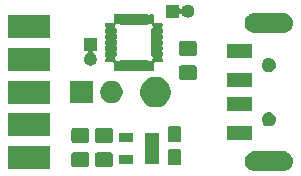
<source format=gbr>
G04 #@! TF.GenerationSoftware,KiCad,Pcbnew,(5.1.4)-1*
G04 #@! TF.CreationDate,2019-09-27T16:29:42+02:00*
G04 #@! TF.ProjectId,JoyAdapter,4a6f7941-6461-4707-9465-722e6b696361,rev?*
G04 #@! TF.SameCoordinates,Original*
G04 #@! TF.FileFunction,Soldermask,Top*
G04 #@! TF.FilePolarity,Negative*
%FSLAX46Y46*%
G04 Gerber Fmt 4.6, Leading zero omitted, Abs format (unit mm)*
G04 Created by KiCad (PCBNEW (5.1.4)-1) date 2019-09-27 16:29:42*
%MOMM*%
%LPD*%
G04 APERTURE LIST*
%ADD10C,0.100000*%
G04 APERTURE END LIST*
D10*
G36*
X23459823Y-5011313D02*
G01*
X23620242Y-5059976D01*
X23730140Y-5118718D01*
X23768078Y-5138996D01*
X23897659Y-5245341D01*
X24004004Y-5374922D01*
X24004005Y-5374924D01*
X24083024Y-5522758D01*
X24131687Y-5683177D01*
X24148117Y-5850000D01*
X24131687Y-6016823D01*
X24083024Y-6177242D01*
X24033293Y-6270282D01*
X24004004Y-6325078D01*
X23897659Y-6454659D01*
X23768078Y-6561004D01*
X23768076Y-6561005D01*
X23620242Y-6640024D01*
X23459823Y-6688687D01*
X23334804Y-6701000D01*
X20851196Y-6701000D01*
X20726177Y-6688687D01*
X20565758Y-6640024D01*
X20417924Y-6561005D01*
X20417922Y-6561004D01*
X20288341Y-6454659D01*
X20181996Y-6325078D01*
X20152707Y-6270282D01*
X20102976Y-6177242D01*
X20054313Y-6016823D01*
X20037883Y-5850000D01*
X20054313Y-5683177D01*
X20102976Y-5522758D01*
X20181995Y-5374924D01*
X20181996Y-5374922D01*
X20288341Y-5245341D01*
X20417922Y-5138996D01*
X20455860Y-5118718D01*
X20565758Y-5059976D01*
X20726177Y-5011313D01*
X20851196Y-4999000D01*
X23334804Y-4999000D01*
X23459823Y-5011313D01*
X23459823Y-5011313D01*
G37*
G36*
X3569000Y-6514333D02*
G01*
X-13000Y-6514333D01*
X-13000Y-4565667D01*
X3569000Y-4565667D01*
X3569000Y-6514333D01*
X3569000Y-6514333D01*
G37*
G36*
X6710074Y-5102465D02*
G01*
X6747767Y-5113899D01*
X6782503Y-5132466D01*
X6812948Y-5157452D01*
X6837934Y-5187897D01*
X6856501Y-5222633D01*
X6867935Y-5260326D01*
X6872400Y-5305661D01*
X6872400Y-6142339D01*
X6867935Y-6187674D01*
X6856501Y-6225367D01*
X6837934Y-6260103D01*
X6812948Y-6290548D01*
X6782503Y-6315534D01*
X6747767Y-6334101D01*
X6710074Y-6345535D01*
X6664739Y-6350000D01*
X5578061Y-6350000D01*
X5532726Y-6345535D01*
X5495033Y-6334101D01*
X5460297Y-6315534D01*
X5429852Y-6290548D01*
X5404866Y-6260103D01*
X5386299Y-6225367D01*
X5374865Y-6187674D01*
X5370400Y-6142339D01*
X5370400Y-5305661D01*
X5374865Y-5260326D01*
X5386299Y-5222633D01*
X5404866Y-5187897D01*
X5429852Y-5157452D01*
X5460297Y-5132466D01*
X5495033Y-5113899D01*
X5532726Y-5102465D01*
X5578061Y-5098000D01*
X6664739Y-5098000D01*
X6710074Y-5102465D01*
X6710074Y-5102465D01*
G37*
G36*
X8716674Y-5093465D02*
G01*
X8754367Y-5104899D01*
X8789103Y-5123466D01*
X8819548Y-5148452D01*
X8844534Y-5178897D01*
X8863101Y-5213633D01*
X8874535Y-5251326D01*
X8879000Y-5296661D01*
X8879000Y-6133339D01*
X8874535Y-6178674D01*
X8863101Y-6216367D01*
X8844534Y-6251103D01*
X8819548Y-6281548D01*
X8789103Y-6306534D01*
X8754367Y-6325101D01*
X8716674Y-6336535D01*
X8671339Y-6341000D01*
X7584661Y-6341000D01*
X7539326Y-6336535D01*
X7501633Y-6325101D01*
X7466897Y-6306534D01*
X7436452Y-6281548D01*
X7411466Y-6251103D01*
X7392899Y-6216367D01*
X7381465Y-6178674D01*
X7377000Y-6133339D01*
X7377000Y-5296661D01*
X7381465Y-5251326D01*
X7392899Y-5213633D01*
X7411466Y-5178897D01*
X7436452Y-5148452D01*
X7466897Y-5123466D01*
X7501633Y-5104899D01*
X7539326Y-5093465D01*
X7584661Y-5089000D01*
X8671339Y-5089000D01*
X8716674Y-5093465D01*
X8716674Y-5093465D01*
G37*
G36*
X14504811Y-4809605D02*
G01*
X14543867Y-4821453D01*
X14579862Y-4840693D01*
X14611414Y-4866586D01*
X14637307Y-4898138D01*
X14656547Y-4934133D01*
X14668395Y-4973189D01*
X14673000Y-5019949D01*
X14673000Y-5992051D01*
X14668395Y-6038811D01*
X14656547Y-6077867D01*
X14637307Y-6113862D01*
X14611414Y-6145414D01*
X14579862Y-6171307D01*
X14543867Y-6190547D01*
X14504811Y-6202395D01*
X14458051Y-6207000D01*
X13735949Y-6207000D01*
X13689189Y-6202395D01*
X13650133Y-6190547D01*
X13614138Y-6171307D01*
X13582586Y-6145414D01*
X13556693Y-6113862D01*
X13537453Y-6077867D01*
X13525605Y-6038811D01*
X13521000Y-5992051D01*
X13521000Y-5019949D01*
X13525605Y-4973189D01*
X13537453Y-4934133D01*
X13556693Y-4898138D01*
X13582586Y-4866586D01*
X13614138Y-4840693D01*
X13650133Y-4821453D01*
X13689189Y-4809605D01*
X13735949Y-4805000D01*
X14458051Y-4805000D01*
X14504811Y-4809605D01*
X14504811Y-4809605D01*
G37*
G36*
X12773000Y-6091000D02*
G01*
X11611000Y-6091000D01*
X11611000Y-3439000D01*
X12773000Y-3439000D01*
X12773000Y-6091000D01*
X12773000Y-6091000D01*
G37*
G36*
X10573000Y-6091000D02*
G01*
X9411000Y-6091000D01*
X9411000Y-5339000D01*
X10573000Y-5339000D01*
X10573000Y-6091000D01*
X10573000Y-6091000D01*
G37*
G36*
X6710074Y-3052465D02*
G01*
X6747767Y-3063899D01*
X6782503Y-3082466D01*
X6812948Y-3107452D01*
X6837934Y-3137897D01*
X6856501Y-3172633D01*
X6867935Y-3210326D01*
X6872400Y-3255661D01*
X6872400Y-4092339D01*
X6867935Y-4137674D01*
X6856501Y-4175367D01*
X6837934Y-4210103D01*
X6812948Y-4240548D01*
X6782503Y-4265534D01*
X6747767Y-4284101D01*
X6710074Y-4295535D01*
X6664739Y-4300000D01*
X5578061Y-4300000D01*
X5532726Y-4295535D01*
X5495033Y-4284101D01*
X5460297Y-4265534D01*
X5429852Y-4240548D01*
X5404866Y-4210103D01*
X5386299Y-4175367D01*
X5374865Y-4137674D01*
X5370400Y-4092339D01*
X5370400Y-3255661D01*
X5374865Y-3210326D01*
X5386299Y-3172633D01*
X5404866Y-3137897D01*
X5429852Y-3107452D01*
X5460297Y-3082466D01*
X5495033Y-3063899D01*
X5532726Y-3052465D01*
X5578061Y-3048000D01*
X6664739Y-3048000D01*
X6710074Y-3052465D01*
X6710074Y-3052465D01*
G37*
G36*
X8716674Y-3043465D02*
G01*
X8754367Y-3054899D01*
X8789103Y-3073466D01*
X8819548Y-3098452D01*
X8844534Y-3128897D01*
X8863101Y-3163633D01*
X8874535Y-3201326D01*
X8879000Y-3246661D01*
X8879000Y-4083339D01*
X8874535Y-4128674D01*
X8863101Y-4166367D01*
X8844534Y-4201103D01*
X8819548Y-4231548D01*
X8789103Y-4256534D01*
X8754367Y-4275101D01*
X8716674Y-4286535D01*
X8671339Y-4291000D01*
X7584661Y-4291000D01*
X7539326Y-4286535D01*
X7501633Y-4275101D01*
X7466897Y-4256534D01*
X7436452Y-4231548D01*
X7411466Y-4201103D01*
X7392899Y-4166367D01*
X7381465Y-4128674D01*
X7377000Y-4083339D01*
X7377000Y-3246661D01*
X7381465Y-3201326D01*
X7392899Y-3163633D01*
X7411466Y-3128897D01*
X7436452Y-3098452D01*
X7466897Y-3073466D01*
X7501633Y-3054899D01*
X7539326Y-3043465D01*
X7584661Y-3039000D01*
X8671339Y-3039000D01*
X8716674Y-3043465D01*
X8716674Y-3043465D01*
G37*
G36*
X14504811Y-2859605D02*
G01*
X14543867Y-2871453D01*
X14579862Y-2890693D01*
X14611414Y-2916586D01*
X14637307Y-2948138D01*
X14656547Y-2984133D01*
X14668395Y-3023189D01*
X14673000Y-3069949D01*
X14673000Y-4042051D01*
X14668395Y-4088811D01*
X14656547Y-4127867D01*
X14637307Y-4163862D01*
X14611414Y-4195414D01*
X14579862Y-4221307D01*
X14543867Y-4240547D01*
X14504811Y-4252395D01*
X14458051Y-4257000D01*
X13735949Y-4257000D01*
X13689189Y-4252395D01*
X13650133Y-4240547D01*
X13614138Y-4221307D01*
X13582586Y-4195414D01*
X13556693Y-4163862D01*
X13537453Y-4127867D01*
X13525605Y-4088811D01*
X13521000Y-4042051D01*
X13521000Y-3069949D01*
X13525605Y-3023189D01*
X13537453Y-2984133D01*
X13556693Y-2948138D01*
X13582586Y-2916586D01*
X13614138Y-2890693D01*
X13650133Y-2871453D01*
X13689189Y-2859605D01*
X13735949Y-2855000D01*
X14458051Y-2855000D01*
X14504811Y-2859605D01*
X14504811Y-2859605D01*
G37*
G36*
X10573000Y-4191000D02*
G01*
X9411000Y-4191000D01*
X9411000Y-3439000D01*
X10573000Y-3439000D01*
X10573000Y-4191000D01*
X10573000Y-4191000D01*
G37*
G36*
X20644000Y-4101000D02*
G01*
X18542000Y-4101000D01*
X18542000Y-2899000D01*
X20644000Y-2899000D01*
X20644000Y-4101000D01*
X20644000Y-4101000D01*
G37*
G36*
X3569000Y-3744333D02*
G01*
X-13000Y-3744333D01*
X-13000Y-1795667D01*
X3569000Y-1795667D01*
X3569000Y-3744333D01*
X3569000Y-3744333D01*
G37*
G36*
X22229601Y-1714397D02*
G01*
X22268305Y-1722096D01*
X22300340Y-1735365D01*
X22377680Y-1767400D01*
X22476115Y-1833173D01*
X22559827Y-1916885D01*
X22625600Y-2015320D01*
X22670904Y-2124696D01*
X22694000Y-2240805D01*
X22694000Y-2359195D01*
X22670904Y-2475304D01*
X22625600Y-2584680D01*
X22559827Y-2683115D01*
X22476115Y-2766827D01*
X22377680Y-2832600D01*
X22310877Y-2860270D01*
X22268305Y-2877904D01*
X22229601Y-2885603D01*
X22152195Y-2901000D01*
X22033805Y-2901000D01*
X21956399Y-2885603D01*
X21917695Y-2877904D01*
X21875123Y-2860270D01*
X21808320Y-2832600D01*
X21709885Y-2766827D01*
X21626173Y-2683115D01*
X21560400Y-2584680D01*
X21515096Y-2475304D01*
X21492000Y-2359195D01*
X21492000Y-2240805D01*
X21515096Y-2124696D01*
X21560400Y-2015320D01*
X21626173Y-1916885D01*
X21709885Y-1833173D01*
X21808320Y-1767400D01*
X21885660Y-1735365D01*
X21917695Y-1722096D01*
X21956399Y-1714397D01*
X22033805Y-1699000D01*
X22152195Y-1699000D01*
X22229601Y-1714397D01*
X22229601Y-1714397D01*
G37*
G36*
X20644000Y-1601000D02*
G01*
X18542000Y-1601000D01*
X18542000Y-399000D01*
X20644000Y-399000D01*
X20644000Y-1601000D01*
X20644000Y-1601000D01*
G37*
G36*
X12876287Y1251004D02*
G01*
X13113053Y1152932D01*
X13113055Y1152931D01*
X13249339Y1061869D01*
X13326139Y1010553D01*
X13507353Y829339D01*
X13649732Y616253D01*
X13747804Y379487D01*
X13797800Y128139D01*
X13797800Y-128139D01*
X13747804Y-379487D01*
X13739721Y-399000D01*
X13649731Y-616255D01*
X13507353Y-829339D01*
X13326139Y-1010553D01*
X13113055Y-1152931D01*
X13113054Y-1152932D01*
X13113053Y-1152932D01*
X12876287Y-1251004D01*
X12624939Y-1301000D01*
X12368661Y-1301000D01*
X12117313Y-1251004D01*
X11880547Y-1152932D01*
X11880546Y-1152932D01*
X11880545Y-1152931D01*
X11667461Y-1010553D01*
X11486247Y-829339D01*
X11343869Y-616255D01*
X11253879Y-399000D01*
X11245796Y-379487D01*
X11195800Y-128139D01*
X11195800Y128139D01*
X11245796Y379487D01*
X11343868Y616253D01*
X11486247Y829339D01*
X11667461Y1010553D01*
X11744261Y1061869D01*
X11880545Y1152931D01*
X11880547Y1152932D01*
X12117313Y1251004D01*
X12368661Y1301000D01*
X12624939Y1301000D01*
X12876287Y1251004D01*
X12876287Y1251004D01*
G37*
G36*
X3569000Y-974333D02*
G01*
X-13000Y-974333D01*
X-13000Y974333D01*
X3569000Y974333D01*
X3569000Y-974333D01*
X3569000Y-974333D01*
G37*
G36*
X9040395Y914454D02*
G01*
X9213466Y842766D01*
X9213467Y842765D01*
X9369227Y738690D01*
X9501690Y606227D01*
X9501691Y606225D01*
X9605766Y450466D01*
X9677454Y277395D01*
X9714000Y93667D01*
X9714000Y-93667D01*
X9677454Y-277395D01*
X9605766Y-450466D01*
X9605765Y-450467D01*
X9501690Y-606227D01*
X9369227Y-738690D01*
X9290818Y-791081D01*
X9213466Y-842766D01*
X9040395Y-914454D01*
X8856667Y-951000D01*
X8669333Y-951000D01*
X8485605Y-914454D01*
X8312534Y-842766D01*
X8235182Y-791081D01*
X8156773Y-738690D01*
X8024310Y-606227D01*
X7920235Y-450467D01*
X7920234Y-450466D01*
X7848546Y-277395D01*
X7812000Y-93667D01*
X7812000Y93667D01*
X7848546Y277395D01*
X7920234Y450466D01*
X8024309Y606225D01*
X8024310Y606227D01*
X8156773Y738690D01*
X8312533Y842765D01*
X8312534Y842766D01*
X8485605Y914454D01*
X8669333Y951000D01*
X8856667Y951000D01*
X9040395Y914454D01*
X9040395Y914454D01*
G37*
G36*
X7174000Y-951000D02*
G01*
X5272000Y-951000D01*
X5272000Y951000D01*
X7174000Y951000D01*
X7174000Y-951000D01*
X7174000Y-951000D01*
G37*
G36*
X20644000Y399000D02*
G01*
X18542000Y399000D01*
X18542000Y1601000D01*
X20644000Y1601000D01*
X20644000Y399000D01*
X20644000Y399000D01*
G37*
G36*
X15828674Y2263535D02*
G01*
X15866367Y2252101D01*
X15901103Y2233534D01*
X15931548Y2208548D01*
X15956534Y2178103D01*
X15975101Y2143367D01*
X15986535Y2105674D01*
X15991000Y2060339D01*
X15991000Y1223661D01*
X15986535Y1178326D01*
X15975101Y1140633D01*
X15956534Y1105897D01*
X15931548Y1075452D01*
X15901103Y1050466D01*
X15866367Y1031899D01*
X15828674Y1020465D01*
X15783339Y1016000D01*
X14696661Y1016000D01*
X14651326Y1020465D01*
X14613633Y1031899D01*
X14578897Y1050466D01*
X14548452Y1075452D01*
X14523466Y1105897D01*
X14504899Y1140633D01*
X14493465Y1178326D01*
X14489000Y1223661D01*
X14489000Y2060339D01*
X14493465Y2105674D01*
X14504899Y2143367D01*
X14523466Y2178103D01*
X14548452Y2208548D01*
X14578897Y2233534D01*
X14613633Y2252101D01*
X14651326Y2263535D01*
X14696661Y2268000D01*
X15783339Y2268000D01*
X15828674Y2263535D01*
X15828674Y2263535D01*
G37*
G36*
X22229601Y2885603D02*
G01*
X22268305Y2877904D01*
X22278046Y2873869D01*
X22377680Y2832600D01*
X22476115Y2766827D01*
X22559827Y2683115D01*
X22625600Y2584680D01*
X22670904Y2475304D01*
X22694000Y2359195D01*
X22694000Y2240805D01*
X22670904Y2124696D01*
X22625600Y2015320D01*
X22559827Y1916885D01*
X22476115Y1833173D01*
X22377680Y1767400D01*
X22300340Y1735365D01*
X22268305Y1722096D01*
X22229601Y1714397D01*
X22152195Y1699000D01*
X22033805Y1699000D01*
X21956399Y1714397D01*
X21917695Y1722096D01*
X21885660Y1735365D01*
X21808320Y1767400D01*
X21709885Y1833173D01*
X21626173Y1916885D01*
X21560400Y2015320D01*
X21515096Y2124696D01*
X21492000Y2240805D01*
X21492000Y2359195D01*
X21515096Y2475304D01*
X21560400Y2584680D01*
X21626173Y2683115D01*
X21709885Y2766827D01*
X21808320Y2832600D01*
X21907954Y2873869D01*
X21917695Y2877904D01*
X21956399Y2885603D01*
X22033805Y2901000D01*
X22152195Y2901000D01*
X22229601Y2885603D01*
X22229601Y2885603D01*
G37*
G36*
X9255880Y6617314D02*
G01*
X9275994Y6613314D01*
X9280085Y6611619D01*
X9280093Y6611617D01*
X9289381Y6607770D01*
X9289390Y6607765D01*
X9293480Y6606071D01*
X9309192Y6595573D01*
X9310316Y6594449D01*
X9329258Y6578904D01*
X9350869Y6567353D01*
X9374318Y6560240D01*
X9398704Y6557838D01*
X9423090Y6560240D01*
X9446539Y6567353D01*
X9468150Y6578904D01*
X9487092Y6594449D01*
X9495331Y6603540D01*
X9499897Y6609104D01*
X9503669Y6612200D01*
X9507971Y6614499D01*
X9512645Y6615917D01*
X9523641Y6617000D01*
X9812359Y6617000D01*
X9823355Y6615917D01*
X9828029Y6614499D01*
X9832330Y6612200D01*
X9838702Y6606971D01*
X9859076Y6593357D01*
X9881715Y6583980D01*
X9905749Y6579200D01*
X9930253Y6579200D01*
X9954286Y6583981D01*
X9976925Y6593358D01*
X9997298Y6606971D01*
X10003670Y6612200D01*
X10007971Y6614499D01*
X10012645Y6615917D01*
X10023641Y6617000D01*
X10312359Y6617000D01*
X10323355Y6615917D01*
X10328029Y6614499D01*
X10332330Y6612200D01*
X10338702Y6606971D01*
X10359076Y6593357D01*
X10381715Y6583980D01*
X10405749Y6579200D01*
X10430253Y6579200D01*
X10454286Y6583981D01*
X10476925Y6593358D01*
X10497298Y6606971D01*
X10503670Y6612200D01*
X10507971Y6614499D01*
X10512645Y6615917D01*
X10523641Y6617000D01*
X10812359Y6617000D01*
X10823355Y6615917D01*
X10828029Y6614499D01*
X10832330Y6612200D01*
X10838702Y6606971D01*
X10859076Y6593357D01*
X10881715Y6583980D01*
X10905749Y6579200D01*
X10930253Y6579200D01*
X10954286Y6583981D01*
X10976925Y6593358D01*
X10997298Y6606971D01*
X11003670Y6612200D01*
X11007971Y6614499D01*
X11012645Y6615917D01*
X11023641Y6617000D01*
X11312359Y6617000D01*
X11323355Y6615917D01*
X11328029Y6614499D01*
X11332330Y6612200D01*
X11338702Y6606971D01*
X11359076Y6593357D01*
X11381715Y6583980D01*
X11405749Y6579200D01*
X11430253Y6579200D01*
X11454286Y6583981D01*
X11476925Y6593358D01*
X11497298Y6606971D01*
X11503670Y6612200D01*
X11507971Y6614499D01*
X11512645Y6615917D01*
X11523641Y6617000D01*
X11812359Y6617000D01*
X11823355Y6615917D01*
X11828029Y6614499D01*
X11832331Y6612200D01*
X11836103Y6609104D01*
X11840669Y6603540D01*
X11857996Y6586213D01*
X11878370Y6572599D01*
X11901008Y6563221D01*
X11925042Y6558440D01*
X11949546Y6558440D01*
X11973579Y6563220D01*
X11996218Y6572597D01*
X12016593Y6586210D01*
X12025684Y6594449D01*
X12026808Y6595573D01*
X12042520Y6606071D01*
X12046610Y6607765D01*
X12046619Y6607770D01*
X12055907Y6611617D01*
X12055915Y6611619D01*
X12060006Y6613314D01*
X12080120Y6617314D01*
X12091061Y6617852D01*
X12244939Y6617852D01*
X12255880Y6617314D01*
X12275994Y6613314D01*
X12280085Y6611619D01*
X12280093Y6611617D01*
X12289381Y6607770D01*
X12289390Y6607765D01*
X12293480Y6606071D01*
X12309192Y6595573D01*
X12322573Y6582192D01*
X12333071Y6566480D01*
X12334765Y6562390D01*
X12334770Y6562381D01*
X12338617Y6553093D01*
X12338619Y6553085D01*
X12340314Y6548994D01*
X12344314Y6528880D01*
X12344852Y6517939D01*
X12344852Y5992851D01*
X12347254Y5968465D01*
X12354367Y5945016D01*
X12365918Y5923405D01*
X12381463Y5904463D01*
X12400405Y5888918D01*
X12422016Y5877367D01*
X12445465Y5870254D01*
X12469851Y5867852D01*
X12994939Y5867852D01*
X13005880Y5867314D01*
X13025994Y5863314D01*
X13030085Y5861619D01*
X13030093Y5861617D01*
X13039381Y5857770D01*
X13039390Y5857765D01*
X13043480Y5856071D01*
X13059192Y5845573D01*
X13072573Y5832192D01*
X13083071Y5816480D01*
X13084765Y5812390D01*
X13084770Y5812381D01*
X13088617Y5803093D01*
X13088619Y5803085D01*
X13090314Y5798994D01*
X13094314Y5778880D01*
X13094852Y5767939D01*
X13094852Y5614061D01*
X13094314Y5603120D01*
X13090314Y5583006D01*
X13088619Y5578915D01*
X13088617Y5578907D01*
X13084770Y5569619D01*
X13084765Y5569610D01*
X13083071Y5565520D01*
X13072573Y5549808D01*
X13071449Y5548684D01*
X13055904Y5529742D01*
X13044353Y5508131D01*
X13037240Y5484682D01*
X13034838Y5460296D01*
X13037240Y5435910D01*
X13044353Y5412461D01*
X13055904Y5390850D01*
X13071449Y5371908D01*
X13080540Y5363669D01*
X13086104Y5359103D01*
X13089200Y5355331D01*
X13091499Y5351029D01*
X13092917Y5346355D01*
X13094000Y5335359D01*
X13094000Y5046641D01*
X13092917Y5035645D01*
X13091499Y5030971D01*
X13089200Y5026670D01*
X13083971Y5020298D01*
X13070357Y4999924D01*
X13060980Y4977285D01*
X13056200Y4953251D01*
X13056200Y4928747D01*
X13060981Y4904714D01*
X13070358Y4882075D01*
X13083971Y4861702D01*
X13089200Y4855330D01*
X13091499Y4851029D01*
X13092917Y4846355D01*
X13094000Y4835359D01*
X13094000Y4546641D01*
X13092917Y4535645D01*
X13091499Y4530971D01*
X13089200Y4526670D01*
X13083971Y4520298D01*
X13070357Y4499924D01*
X13060980Y4477285D01*
X13056200Y4453251D01*
X13056200Y4428747D01*
X13060981Y4404714D01*
X13070358Y4382075D01*
X13083971Y4361702D01*
X13089200Y4355330D01*
X13091499Y4351029D01*
X13092917Y4346355D01*
X13094000Y4335359D01*
X13094000Y4046641D01*
X13092917Y4035645D01*
X13091499Y4030971D01*
X13089200Y4026670D01*
X13083971Y4020298D01*
X13070357Y3999924D01*
X13060980Y3977285D01*
X13056200Y3953251D01*
X13056200Y3928747D01*
X13060981Y3904714D01*
X13070358Y3882075D01*
X13083971Y3861702D01*
X13089200Y3855330D01*
X13091499Y3851029D01*
X13092917Y3846355D01*
X13094000Y3835359D01*
X13094000Y3546641D01*
X13092917Y3535645D01*
X13091499Y3530971D01*
X13089200Y3526670D01*
X13083971Y3520298D01*
X13070357Y3499924D01*
X13060980Y3477285D01*
X13056200Y3453251D01*
X13056200Y3428747D01*
X13060981Y3404714D01*
X13070358Y3382075D01*
X13083971Y3361702D01*
X13089200Y3355330D01*
X13091499Y3351029D01*
X13092917Y3346355D01*
X13094000Y3335359D01*
X13094000Y3046641D01*
X13092917Y3035645D01*
X13091499Y3030971D01*
X13089200Y3026669D01*
X13086104Y3022897D01*
X13080540Y3018331D01*
X13063213Y3001004D01*
X13049599Y2980630D01*
X13040221Y2957992D01*
X13035440Y2933958D01*
X13035440Y2909454D01*
X13040220Y2885421D01*
X13049597Y2862782D01*
X13063210Y2842407D01*
X13071449Y2833316D01*
X13072573Y2832192D01*
X13083071Y2816480D01*
X13084765Y2812390D01*
X13084770Y2812381D01*
X13088617Y2803093D01*
X13088619Y2803085D01*
X13090314Y2798994D01*
X13094314Y2778880D01*
X13094852Y2767939D01*
X13094852Y2614061D01*
X13094314Y2603120D01*
X13090314Y2583006D01*
X13088619Y2578915D01*
X13088617Y2578907D01*
X13084770Y2569619D01*
X13084765Y2569610D01*
X13083071Y2565520D01*
X13072573Y2549808D01*
X13059192Y2536427D01*
X13043480Y2525929D01*
X13039390Y2524235D01*
X13039381Y2524230D01*
X13030093Y2520383D01*
X13030085Y2520381D01*
X13025994Y2518686D01*
X13005880Y2514686D01*
X12994939Y2514148D01*
X12469851Y2514148D01*
X12445465Y2511746D01*
X12422016Y2504633D01*
X12400405Y2493082D01*
X12381463Y2477537D01*
X12365918Y2458595D01*
X12354367Y2436984D01*
X12347254Y2413535D01*
X12344852Y2389149D01*
X12344852Y1864061D01*
X12344314Y1853120D01*
X12340314Y1833006D01*
X12338619Y1828915D01*
X12338617Y1828907D01*
X12334770Y1819619D01*
X12334765Y1819610D01*
X12333071Y1815520D01*
X12322573Y1799808D01*
X12309192Y1786427D01*
X12293480Y1775929D01*
X12289390Y1774235D01*
X12289381Y1774230D01*
X12280093Y1770383D01*
X12280085Y1770381D01*
X12275994Y1768686D01*
X12255880Y1764686D01*
X12244939Y1764148D01*
X12091061Y1764148D01*
X12080120Y1764686D01*
X12060006Y1768686D01*
X12055915Y1770381D01*
X12055907Y1770383D01*
X12046619Y1774230D01*
X12046610Y1774235D01*
X12042520Y1775929D01*
X12026808Y1786427D01*
X12025684Y1787551D01*
X12006742Y1803096D01*
X11985131Y1814647D01*
X11961682Y1821760D01*
X11937296Y1824162D01*
X11912910Y1821760D01*
X11889461Y1814647D01*
X11867850Y1803096D01*
X11848908Y1787551D01*
X11840669Y1778460D01*
X11836103Y1772896D01*
X11832331Y1769800D01*
X11828029Y1767501D01*
X11823355Y1766083D01*
X11812359Y1765000D01*
X11523641Y1765000D01*
X11512645Y1766083D01*
X11507971Y1767501D01*
X11503670Y1769800D01*
X11497298Y1775029D01*
X11476924Y1788643D01*
X11454285Y1798020D01*
X11430251Y1802800D01*
X11405747Y1802800D01*
X11381714Y1798019D01*
X11359075Y1788642D01*
X11338702Y1775029D01*
X11332330Y1769800D01*
X11328029Y1767501D01*
X11323355Y1766083D01*
X11312359Y1765000D01*
X11023641Y1765000D01*
X11012645Y1766083D01*
X11007971Y1767501D01*
X11003670Y1769800D01*
X10997298Y1775029D01*
X10976924Y1788643D01*
X10954285Y1798020D01*
X10930251Y1802800D01*
X10905747Y1802800D01*
X10881714Y1798019D01*
X10859075Y1788642D01*
X10838702Y1775029D01*
X10832330Y1769800D01*
X10828029Y1767501D01*
X10823355Y1766083D01*
X10812359Y1765000D01*
X10523641Y1765000D01*
X10512645Y1766083D01*
X10507971Y1767501D01*
X10503670Y1769800D01*
X10497298Y1775029D01*
X10476924Y1788643D01*
X10454285Y1798020D01*
X10430251Y1802800D01*
X10405747Y1802800D01*
X10381714Y1798019D01*
X10359075Y1788642D01*
X10338702Y1775029D01*
X10332330Y1769800D01*
X10328029Y1767501D01*
X10323355Y1766083D01*
X10312359Y1765000D01*
X10023641Y1765000D01*
X10012645Y1766083D01*
X10007971Y1767501D01*
X10003670Y1769800D01*
X9997298Y1775029D01*
X9976924Y1788643D01*
X9954285Y1798020D01*
X9930251Y1802800D01*
X9905747Y1802800D01*
X9881714Y1798019D01*
X9859075Y1788642D01*
X9838702Y1775029D01*
X9832330Y1769800D01*
X9828029Y1767501D01*
X9823355Y1766083D01*
X9812359Y1765000D01*
X9523641Y1765000D01*
X9512645Y1766083D01*
X9507971Y1767501D01*
X9503669Y1769800D01*
X9499897Y1772896D01*
X9495331Y1778460D01*
X9478004Y1795787D01*
X9457630Y1809401D01*
X9434992Y1818779D01*
X9410958Y1823560D01*
X9386454Y1823560D01*
X9362421Y1818780D01*
X9339782Y1809403D01*
X9319407Y1795790D01*
X9310316Y1787551D01*
X9309192Y1786427D01*
X9293480Y1775929D01*
X9289390Y1774235D01*
X9289381Y1774230D01*
X9280093Y1770383D01*
X9280085Y1770381D01*
X9275994Y1768686D01*
X9255880Y1764686D01*
X9244939Y1764148D01*
X9091061Y1764148D01*
X9080120Y1764686D01*
X9060006Y1768686D01*
X9055915Y1770381D01*
X9055907Y1770383D01*
X9046619Y1774230D01*
X9046610Y1774235D01*
X9042520Y1775929D01*
X9026808Y1786427D01*
X9013427Y1799808D01*
X9002929Y1815520D01*
X9001235Y1819610D01*
X9001230Y1819619D01*
X8997383Y1828907D01*
X8997381Y1828915D01*
X8995686Y1833006D01*
X8991686Y1853120D01*
X8991148Y1864061D01*
X8991148Y2389149D01*
X8988746Y2413535D01*
X8981633Y2436984D01*
X8970082Y2458595D01*
X8954537Y2477537D01*
X8935595Y2493082D01*
X8913984Y2504633D01*
X8890535Y2511746D01*
X8866149Y2514148D01*
X8341061Y2514148D01*
X8330120Y2514686D01*
X8310006Y2518686D01*
X8305915Y2520381D01*
X8305907Y2520383D01*
X8296619Y2524230D01*
X8296610Y2524235D01*
X8292520Y2525929D01*
X8276808Y2536427D01*
X8263427Y2549808D01*
X8252929Y2565520D01*
X8251235Y2569610D01*
X8251230Y2569619D01*
X8247383Y2578907D01*
X8247381Y2578915D01*
X8245686Y2583006D01*
X8241686Y2603120D01*
X8241148Y2614061D01*
X8241148Y2767939D01*
X8241686Y2778880D01*
X8245686Y2798994D01*
X8247381Y2803085D01*
X8247383Y2803093D01*
X8251230Y2812381D01*
X8251235Y2812390D01*
X8252929Y2816480D01*
X8263427Y2832192D01*
X8264551Y2833316D01*
X8280096Y2852258D01*
X8291647Y2873869D01*
X8298760Y2897318D01*
X8301162Y2921704D01*
X8298760Y2946090D01*
X8291647Y2969539D01*
X8280096Y2991150D01*
X8264551Y3010092D01*
X8255460Y3018331D01*
X8249896Y3022897D01*
X8246800Y3026669D01*
X8244501Y3030971D01*
X8243083Y3035645D01*
X8242000Y3046641D01*
X8242000Y3335359D01*
X8243083Y3346355D01*
X8244501Y3351029D01*
X8246800Y3355330D01*
X8252029Y3361702D01*
X8265643Y3382076D01*
X8275020Y3404715D01*
X8279800Y3428749D01*
X8279800Y3453253D01*
X8275019Y3477286D01*
X8265642Y3499925D01*
X8252029Y3520298D01*
X8246800Y3526670D01*
X8244501Y3530971D01*
X8243083Y3535645D01*
X8242000Y3546641D01*
X8242000Y3835359D01*
X8243083Y3846355D01*
X8244501Y3851029D01*
X8246800Y3855330D01*
X8252029Y3861702D01*
X8265643Y3882076D01*
X8275020Y3904715D01*
X8279800Y3928749D01*
X8279800Y3953253D01*
X8275019Y3977286D01*
X8265642Y3999925D01*
X8252029Y4020298D01*
X8246800Y4026670D01*
X8244501Y4030971D01*
X8243083Y4035645D01*
X8242000Y4046641D01*
X8242000Y4335359D01*
X8243083Y4346355D01*
X8244501Y4351029D01*
X8246800Y4355330D01*
X8252029Y4361702D01*
X8265643Y4382076D01*
X8275020Y4404715D01*
X8279800Y4428749D01*
X8279800Y4453253D01*
X8275019Y4477286D01*
X8265642Y4499925D01*
X8252029Y4520298D01*
X8246800Y4526670D01*
X8244501Y4530971D01*
X8243083Y4535645D01*
X8242000Y4546641D01*
X8242000Y4835359D01*
X8243083Y4846355D01*
X8244501Y4851029D01*
X8246800Y4855330D01*
X8252029Y4861702D01*
X8265643Y4882076D01*
X8275020Y4904715D01*
X8279800Y4928749D01*
X8279800Y4953253D01*
X8275019Y4977286D01*
X8265642Y4999925D01*
X8252029Y5020298D01*
X8246800Y5026670D01*
X8244501Y5030971D01*
X8243083Y5035645D01*
X8242000Y5046641D01*
X8242000Y5335359D01*
X8243083Y5346355D01*
X8244501Y5351029D01*
X8246800Y5355331D01*
X8249896Y5359103D01*
X8255460Y5363669D01*
X8272787Y5380996D01*
X8286401Y5401370D01*
X8295779Y5424008D01*
X8300560Y5448042D01*
X8300560Y5472546D01*
X8296692Y5491996D01*
X9064282Y5491996D01*
X9066684Y5467610D01*
X9073798Y5444161D01*
X9085350Y5422551D01*
X9100896Y5403609D01*
X9119838Y5388064D01*
X9141449Y5376514D01*
X9164898Y5369401D01*
X9181265Y5367789D01*
X9181247Y5367602D01*
X9198355Y5365917D01*
X9203029Y5364499D01*
X9207331Y5362200D01*
X9211104Y5359104D01*
X9214200Y5355331D01*
X9216499Y5351029D01*
X9217917Y5346355D01*
X9219000Y5335359D01*
X9219000Y5046641D01*
X9217917Y5035645D01*
X9216499Y5030971D01*
X9214200Y5026670D01*
X9208971Y5020298D01*
X9195357Y4999924D01*
X9185980Y4977285D01*
X9181200Y4953251D01*
X9181200Y4928747D01*
X9185981Y4904714D01*
X9195358Y4882075D01*
X9208971Y4861702D01*
X9214200Y4855330D01*
X9216499Y4851029D01*
X9217917Y4846355D01*
X9219000Y4835359D01*
X9219000Y4546641D01*
X9217917Y4535645D01*
X9216499Y4530971D01*
X9214200Y4526670D01*
X9208971Y4520298D01*
X9195357Y4499924D01*
X9185980Y4477285D01*
X9181200Y4453251D01*
X9181200Y4428747D01*
X9185981Y4404714D01*
X9195358Y4382075D01*
X9208971Y4361702D01*
X9214200Y4355330D01*
X9216499Y4351029D01*
X9217917Y4346355D01*
X9219000Y4335359D01*
X9219000Y4046641D01*
X9217917Y4035645D01*
X9216499Y4030971D01*
X9214200Y4026670D01*
X9208971Y4020298D01*
X9195357Y3999924D01*
X9185980Y3977285D01*
X9181200Y3953251D01*
X9181200Y3928747D01*
X9185981Y3904714D01*
X9195358Y3882075D01*
X9208971Y3861702D01*
X9214200Y3855330D01*
X9216499Y3851029D01*
X9217917Y3846355D01*
X9219000Y3835359D01*
X9219000Y3546641D01*
X9217917Y3535645D01*
X9216499Y3530971D01*
X9214200Y3526670D01*
X9208971Y3520298D01*
X9195357Y3499924D01*
X9185980Y3477285D01*
X9181200Y3453251D01*
X9181200Y3428747D01*
X9185981Y3404714D01*
X9195358Y3382075D01*
X9208971Y3361702D01*
X9214200Y3355330D01*
X9216499Y3351029D01*
X9217917Y3346355D01*
X9219000Y3335359D01*
X9219000Y3046641D01*
X9217917Y3035645D01*
X9216499Y3030971D01*
X9214200Y3026669D01*
X9211104Y3022896D01*
X9207331Y3019800D01*
X9203029Y3017501D01*
X9198355Y3016083D01*
X9181247Y3014398D01*
X9181265Y3014210D01*
X9164895Y3012598D01*
X9141446Y3005485D01*
X9119835Y2993934D01*
X9100893Y2978389D01*
X9085348Y2959447D01*
X9073797Y2937836D01*
X9066684Y2914387D01*
X9064282Y2890001D01*
X9066684Y2865615D01*
X9073797Y2842166D01*
X9085346Y2820558D01*
X9088072Y2816478D01*
X9089766Y2812389D01*
X9089770Y2812381D01*
X9093617Y2803093D01*
X9093619Y2803085D01*
X9095314Y2798994D01*
X9099314Y2778880D01*
X9099852Y2767939D01*
X9099852Y2747851D01*
X9102254Y2723465D01*
X9109367Y2700016D01*
X9120918Y2678405D01*
X9136463Y2659463D01*
X9155405Y2643918D01*
X9177016Y2632367D01*
X9200465Y2625254D01*
X9224851Y2622852D01*
X9244939Y2622852D01*
X9255880Y2622314D01*
X9275994Y2618314D01*
X9280085Y2616619D01*
X9280093Y2616617D01*
X9289381Y2612770D01*
X9289389Y2612766D01*
X9293478Y2611072D01*
X9297558Y2608346D01*
X9319169Y2596796D01*
X9342618Y2589683D01*
X9367004Y2587282D01*
X9391390Y2589684D01*
X9414839Y2596798D01*
X9436449Y2608350D01*
X9455391Y2623896D01*
X9470936Y2642838D01*
X9482486Y2664449D01*
X9489599Y2687898D01*
X9491211Y2704265D01*
X9491398Y2704247D01*
X9493083Y2721355D01*
X9494501Y2726029D01*
X9496800Y2730331D01*
X9499896Y2734104D01*
X9503669Y2737200D01*
X9507971Y2739499D01*
X9512645Y2740917D01*
X9523641Y2742000D01*
X9812359Y2742000D01*
X9823355Y2740917D01*
X9828029Y2739499D01*
X9832330Y2737200D01*
X9838702Y2731971D01*
X9859076Y2718357D01*
X9881715Y2708980D01*
X9905749Y2704200D01*
X9930253Y2704200D01*
X9954286Y2708981D01*
X9976925Y2718358D01*
X9997298Y2731971D01*
X10003670Y2737200D01*
X10007971Y2739499D01*
X10012645Y2740917D01*
X10023641Y2742000D01*
X10312359Y2742000D01*
X10323355Y2740917D01*
X10328029Y2739499D01*
X10332330Y2737200D01*
X10338702Y2731971D01*
X10359076Y2718357D01*
X10381715Y2708980D01*
X10405749Y2704200D01*
X10430253Y2704200D01*
X10454286Y2708981D01*
X10476925Y2718358D01*
X10497298Y2731971D01*
X10503670Y2737200D01*
X10507971Y2739499D01*
X10512645Y2740917D01*
X10523641Y2742000D01*
X10812359Y2742000D01*
X10823355Y2740917D01*
X10828029Y2739499D01*
X10832330Y2737200D01*
X10838702Y2731971D01*
X10859076Y2718357D01*
X10881715Y2708980D01*
X10905749Y2704200D01*
X10930253Y2704200D01*
X10954286Y2708981D01*
X10976925Y2718358D01*
X10997298Y2731971D01*
X11003670Y2737200D01*
X11007971Y2739499D01*
X11012645Y2740917D01*
X11023641Y2742000D01*
X11312359Y2742000D01*
X11323355Y2740917D01*
X11328029Y2739499D01*
X11332330Y2737200D01*
X11338702Y2731971D01*
X11359076Y2718357D01*
X11381715Y2708980D01*
X11405749Y2704200D01*
X11430253Y2704200D01*
X11454286Y2708981D01*
X11476925Y2718358D01*
X11497298Y2731971D01*
X11503670Y2737200D01*
X11507971Y2739499D01*
X11512645Y2740917D01*
X11523641Y2742000D01*
X11812359Y2742000D01*
X11823355Y2740917D01*
X11828029Y2739499D01*
X11832331Y2737200D01*
X11836104Y2734104D01*
X11839200Y2730331D01*
X11841499Y2726029D01*
X11842917Y2721355D01*
X11844602Y2704247D01*
X11844790Y2704265D01*
X11846402Y2687895D01*
X11853515Y2664446D01*
X11865066Y2642835D01*
X11880611Y2623893D01*
X11899553Y2608348D01*
X11921164Y2596797D01*
X11944613Y2589684D01*
X11968999Y2587282D01*
X11993385Y2589684D01*
X12016834Y2596797D01*
X12038442Y2608346D01*
X12042522Y2611072D01*
X12046611Y2612766D01*
X12046619Y2612770D01*
X12055907Y2616617D01*
X12055915Y2616619D01*
X12060006Y2618314D01*
X12080120Y2622314D01*
X12091061Y2622852D01*
X12111149Y2622852D01*
X12135535Y2625254D01*
X12158984Y2632367D01*
X12180595Y2643918D01*
X12199537Y2659463D01*
X12215082Y2678405D01*
X12226633Y2700016D01*
X12233746Y2723465D01*
X12236148Y2747851D01*
X12236148Y2767939D01*
X12236686Y2778880D01*
X12240686Y2798994D01*
X12242381Y2803085D01*
X12242383Y2803093D01*
X12246230Y2812381D01*
X12246234Y2812389D01*
X12247928Y2816478D01*
X12250654Y2820558D01*
X12262204Y2842169D01*
X12269317Y2865618D01*
X12271718Y2890004D01*
X12269316Y2914390D01*
X12262202Y2937839D01*
X12250650Y2959449D01*
X12235104Y2978391D01*
X12216162Y2993936D01*
X12194551Y3005486D01*
X12171102Y3012599D01*
X12154735Y3014211D01*
X12154753Y3014398D01*
X12137645Y3016083D01*
X12132971Y3017501D01*
X12128669Y3019800D01*
X12124896Y3022896D01*
X12121800Y3026669D01*
X12119501Y3030971D01*
X12118083Y3035645D01*
X12117000Y3046641D01*
X12117000Y3335359D01*
X12118083Y3346355D01*
X12119501Y3351029D01*
X12121800Y3355330D01*
X12127029Y3361702D01*
X12140643Y3382076D01*
X12150020Y3404715D01*
X12154800Y3428749D01*
X12154800Y3453253D01*
X12150019Y3477286D01*
X12140642Y3499925D01*
X12127029Y3520298D01*
X12121800Y3526670D01*
X12119501Y3530971D01*
X12118083Y3535645D01*
X12117000Y3546641D01*
X12117000Y3835359D01*
X12118083Y3846355D01*
X12119501Y3851029D01*
X12121800Y3855330D01*
X12127029Y3861702D01*
X12140643Y3882076D01*
X12150020Y3904715D01*
X12154800Y3928749D01*
X12154800Y3953253D01*
X12150019Y3977286D01*
X12140642Y3999925D01*
X12127029Y4020298D01*
X12121800Y4026670D01*
X12119501Y4030971D01*
X12118083Y4035645D01*
X12117000Y4046641D01*
X12117000Y4335359D01*
X12118083Y4346355D01*
X12119501Y4351029D01*
X12121800Y4355330D01*
X12127029Y4361702D01*
X12140643Y4382076D01*
X12150020Y4404715D01*
X12154800Y4428749D01*
X12154800Y4453253D01*
X12150019Y4477286D01*
X12140642Y4499925D01*
X12127029Y4520298D01*
X12121800Y4526670D01*
X12119501Y4530971D01*
X12118083Y4535645D01*
X12117000Y4546641D01*
X12117000Y4835359D01*
X12118083Y4846355D01*
X12119501Y4851029D01*
X12121800Y4855330D01*
X12127029Y4861702D01*
X12140643Y4882076D01*
X12150020Y4904715D01*
X12154800Y4928749D01*
X12154800Y4953253D01*
X12150019Y4977286D01*
X12140642Y4999925D01*
X12127029Y5020298D01*
X12121800Y5026670D01*
X12119501Y5030971D01*
X12118083Y5035645D01*
X12117000Y5046641D01*
X12117000Y5335359D01*
X12118083Y5346355D01*
X12119501Y5351029D01*
X12121800Y5355331D01*
X12124896Y5359104D01*
X12128669Y5362200D01*
X12132971Y5364499D01*
X12137645Y5365917D01*
X12154753Y5367602D01*
X12154735Y5367790D01*
X12171105Y5369402D01*
X12194554Y5376515D01*
X12216165Y5388066D01*
X12235107Y5403611D01*
X12250652Y5422553D01*
X12262203Y5444164D01*
X12269316Y5467613D01*
X12271718Y5491999D01*
X12269316Y5516385D01*
X12262203Y5539834D01*
X12250654Y5561442D01*
X12247928Y5565522D01*
X12246234Y5569611D01*
X12246230Y5569619D01*
X12242383Y5578907D01*
X12242381Y5578915D01*
X12240686Y5583006D01*
X12236686Y5603120D01*
X12236148Y5614061D01*
X12236148Y5634149D01*
X12233746Y5658535D01*
X12226633Y5681984D01*
X12215082Y5703595D01*
X12199537Y5722537D01*
X12180595Y5738082D01*
X12158984Y5749633D01*
X12135535Y5756746D01*
X12111149Y5759148D01*
X12091061Y5759148D01*
X12080120Y5759686D01*
X12060006Y5763686D01*
X12055915Y5765381D01*
X12055907Y5765383D01*
X12046619Y5769230D01*
X12046611Y5769234D01*
X12042522Y5770928D01*
X12038442Y5773654D01*
X12016831Y5785204D01*
X11993382Y5792317D01*
X11968996Y5794718D01*
X11944610Y5792316D01*
X11921161Y5785202D01*
X11899551Y5773650D01*
X11880609Y5758104D01*
X11865064Y5739162D01*
X11853514Y5717551D01*
X11846401Y5694102D01*
X11844789Y5677735D01*
X11844602Y5677753D01*
X11842917Y5660645D01*
X11841499Y5655971D01*
X11839200Y5651669D01*
X11836104Y5647896D01*
X11832331Y5644800D01*
X11828029Y5642501D01*
X11823355Y5641083D01*
X11812359Y5640000D01*
X11523641Y5640000D01*
X11512645Y5641083D01*
X11507971Y5642501D01*
X11503670Y5644800D01*
X11497298Y5650029D01*
X11476924Y5663643D01*
X11454285Y5673020D01*
X11430251Y5677800D01*
X11405747Y5677800D01*
X11381714Y5673019D01*
X11359075Y5663642D01*
X11338702Y5650029D01*
X11332330Y5644800D01*
X11328029Y5642501D01*
X11323355Y5641083D01*
X11312359Y5640000D01*
X11023641Y5640000D01*
X11012645Y5641083D01*
X11007971Y5642501D01*
X11003670Y5644800D01*
X10997298Y5650029D01*
X10976924Y5663643D01*
X10954285Y5673020D01*
X10930251Y5677800D01*
X10905747Y5677800D01*
X10881714Y5673019D01*
X10859075Y5663642D01*
X10838702Y5650029D01*
X10832330Y5644800D01*
X10828029Y5642501D01*
X10823355Y5641083D01*
X10812359Y5640000D01*
X10523641Y5640000D01*
X10512645Y5641083D01*
X10507971Y5642501D01*
X10503670Y5644800D01*
X10497298Y5650029D01*
X10476924Y5663643D01*
X10454285Y5673020D01*
X10430251Y5677800D01*
X10405747Y5677800D01*
X10381714Y5673019D01*
X10359075Y5663642D01*
X10338702Y5650029D01*
X10332330Y5644800D01*
X10328029Y5642501D01*
X10323355Y5641083D01*
X10312359Y5640000D01*
X10023641Y5640000D01*
X10012645Y5641083D01*
X10007971Y5642501D01*
X10003670Y5644800D01*
X9997298Y5650029D01*
X9976924Y5663643D01*
X9954285Y5673020D01*
X9930251Y5677800D01*
X9905747Y5677800D01*
X9881714Y5673019D01*
X9859075Y5663642D01*
X9838702Y5650029D01*
X9832330Y5644800D01*
X9828029Y5642501D01*
X9823355Y5641083D01*
X9812359Y5640000D01*
X9523641Y5640000D01*
X9512645Y5641083D01*
X9507971Y5642501D01*
X9503669Y5644800D01*
X9499896Y5647896D01*
X9496800Y5651669D01*
X9494501Y5655971D01*
X9493083Y5660645D01*
X9491398Y5677753D01*
X9491210Y5677735D01*
X9489598Y5694105D01*
X9482485Y5717554D01*
X9470934Y5739165D01*
X9455389Y5758107D01*
X9436447Y5773652D01*
X9414836Y5785203D01*
X9391387Y5792316D01*
X9367001Y5794718D01*
X9342615Y5792316D01*
X9319166Y5785203D01*
X9297558Y5773654D01*
X9293478Y5770928D01*
X9289389Y5769234D01*
X9289381Y5769230D01*
X9280093Y5765383D01*
X9280085Y5765381D01*
X9275994Y5763686D01*
X9255880Y5759686D01*
X9244939Y5759148D01*
X9224851Y5759148D01*
X9200465Y5756746D01*
X9177016Y5749633D01*
X9155405Y5738082D01*
X9136463Y5722537D01*
X9120918Y5703595D01*
X9109367Y5681984D01*
X9102254Y5658535D01*
X9099852Y5634149D01*
X9099852Y5614061D01*
X9099314Y5603120D01*
X9095314Y5583006D01*
X9093619Y5578915D01*
X9093617Y5578907D01*
X9089770Y5569619D01*
X9089766Y5569611D01*
X9088072Y5565522D01*
X9085346Y5561442D01*
X9073796Y5539831D01*
X9066683Y5516382D01*
X9064282Y5491996D01*
X8296692Y5491996D01*
X8295780Y5496579D01*
X8286403Y5519218D01*
X8272790Y5539593D01*
X8264551Y5548684D01*
X8263427Y5549808D01*
X8252929Y5565520D01*
X8251235Y5569610D01*
X8251230Y5569619D01*
X8247383Y5578907D01*
X8247381Y5578915D01*
X8245686Y5583006D01*
X8241686Y5603120D01*
X8241148Y5614061D01*
X8241148Y5767939D01*
X8241686Y5778880D01*
X8245686Y5798994D01*
X8247381Y5803085D01*
X8247383Y5803093D01*
X8251230Y5812381D01*
X8251235Y5812390D01*
X8252929Y5816480D01*
X8263427Y5832192D01*
X8276808Y5845573D01*
X8292520Y5856071D01*
X8296610Y5857765D01*
X8296619Y5857770D01*
X8305907Y5861617D01*
X8305915Y5861619D01*
X8310006Y5863314D01*
X8330120Y5867314D01*
X8341061Y5867852D01*
X8866149Y5867852D01*
X8890535Y5870254D01*
X8913984Y5877367D01*
X8935595Y5888918D01*
X8954537Y5904463D01*
X8970082Y5923405D01*
X8981633Y5945016D01*
X8988746Y5968465D01*
X8991148Y5992851D01*
X8991148Y6517939D01*
X8991686Y6528880D01*
X8995686Y6548994D01*
X8997381Y6553085D01*
X8997383Y6553093D01*
X9001230Y6562381D01*
X9001235Y6562390D01*
X9002929Y6566480D01*
X9013427Y6582192D01*
X9026808Y6595573D01*
X9042520Y6606071D01*
X9046610Y6607765D01*
X9046619Y6607770D01*
X9055907Y6611617D01*
X9055915Y6611619D01*
X9060006Y6613314D01*
X9080120Y6617314D01*
X9091061Y6617852D01*
X9244939Y6617852D01*
X9255880Y6617314D01*
X9255880Y6617314D01*
G37*
G36*
X3569000Y1795667D02*
G01*
X-13000Y1795667D01*
X-13000Y3744333D01*
X3569000Y3744333D01*
X3569000Y1795667D01*
X3569000Y1795667D01*
G37*
G36*
X7536000Y3513000D02*
G01*
X7307735Y3513000D01*
X7283349Y3510598D01*
X7259900Y3503485D01*
X7238289Y3491934D01*
X7219347Y3476389D01*
X7203802Y3457447D01*
X7192251Y3435836D01*
X7185138Y3412387D01*
X7182736Y3388001D01*
X7185138Y3363615D01*
X7192251Y3340166D01*
X7203802Y3318555D01*
X7219347Y3299613D01*
X7238289Y3284068D01*
X7248802Y3277767D01*
X7292600Y3254356D01*
X7292602Y3254355D01*
X7292601Y3254355D01*
X7376501Y3185501D01*
X7445357Y3101600D01*
X7474733Y3046641D01*
X7496521Y3005879D01*
X7528027Y2902015D01*
X7538666Y2794000D01*
X7528027Y2685985D01*
X7496521Y2582121D01*
X7481995Y2554945D01*
X7445357Y2486400D01*
X7376501Y2402499D01*
X7292600Y2333643D01*
X7224055Y2297005D01*
X7196879Y2282479D01*
X7093015Y2250973D01*
X7012067Y2243000D01*
X6957933Y2243000D01*
X6876985Y2250973D01*
X6773121Y2282479D01*
X6745945Y2297005D01*
X6677400Y2333643D01*
X6593499Y2402499D01*
X6524643Y2486400D01*
X6488005Y2554945D01*
X6473479Y2582121D01*
X6441973Y2685985D01*
X6431334Y2794000D01*
X6441973Y2902015D01*
X6473479Y3005879D01*
X6495267Y3046641D01*
X6524643Y3101600D01*
X6593499Y3185501D01*
X6677399Y3254355D01*
X6677398Y3254355D01*
X6677400Y3254356D01*
X6721193Y3277764D01*
X6741563Y3291375D01*
X6758890Y3308702D01*
X6772504Y3329076D01*
X6781881Y3351715D01*
X6786662Y3375748D01*
X6786662Y3400252D01*
X6781882Y3424286D01*
X6772505Y3446924D01*
X6758891Y3467299D01*
X6741564Y3484626D01*
X6721190Y3498240D01*
X6698551Y3507617D01*
X6674518Y3512398D01*
X6662265Y3513000D01*
X6434000Y3513000D01*
X6434000Y4615000D01*
X7536000Y4615000D01*
X7536000Y3513000D01*
X7536000Y3513000D01*
G37*
G36*
X20644000Y2899000D02*
G01*
X18542000Y2899000D01*
X18542000Y4101000D01*
X20644000Y4101000D01*
X20644000Y2899000D01*
X20644000Y2899000D01*
G37*
G36*
X15828674Y4313535D02*
G01*
X15866367Y4302101D01*
X15901103Y4283534D01*
X15931548Y4258548D01*
X15956534Y4228103D01*
X15975101Y4193367D01*
X15986535Y4155674D01*
X15991000Y4110339D01*
X15991000Y3273661D01*
X15986535Y3228326D01*
X15975101Y3190633D01*
X15956534Y3155897D01*
X15931548Y3125452D01*
X15901103Y3100466D01*
X15866367Y3081899D01*
X15828674Y3070465D01*
X15783339Y3066000D01*
X14696661Y3066000D01*
X14651326Y3070465D01*
X14613633Y3081899D01*
X14578897Y3100466D01*
X14548452Y3125452D01*
X14523466Y3155897D01*
X14504899Y3190633D01*
X14493465Y3228326D01*
X14489000Y3273661D01*
X14489000Y4110339D01*
X14493465Y4155674D01*
X14504899Y4193367D01*
X14523466Y4228103D01*
X14548452Y4258548D01*
X14578897Y4283534D01*
X14613633Y4302101D01*
X14651326Y4313535D01*
X14696661Y4318000D01*
X15783339Y4318000D01*
X15828674Y4313535D01*
X15828674Y4313535D01*
G37*
G36*
X3569000Y4565667D02*
G01*
X-13000Y4565667D01*
X-13000Y6514333D01*
X3569000Y6514333D01*
X3569000Y4565667D01*
X3569000Y4565667D01*
G37*
G36*
X23459823Y6688687D02*
G01*
X23620242Y6640024D01*
X23736486Y6577890D01*
X23768078Y6561004D01*
X23897659Y6454659D01*
X24004004Y6325078D01*
X24004005Y6325076D01*
X24083024Y6177242D01*
X24131687Y6016823D01*
X24148117Y5850000D01*
X24131687Y5683177D01*
X24083024Y5522758D01*
X24019337Y5403609D01*
X24004004Y5374922D01*
X23897659Y5245341D01*
X23768078Y5138996D01*
X23768076Y5138995D01*
X23620242Y5059976D01*
X23459823Y5011313D01*
X23334804Y4999000D01*
X20851196Y4999000D01*
X20726177Y5011313D01*
X20565758Y5059976D01*
X20417924Y5138995D01*
X20417922Y5138996D01*
X20288341Y5245341D01*
X20181996Y5374922D01*
X20166663Y5403609D01*
X20102976Y5522758D01*
X20054313Y5683177D01*
X20037883Y5850000D01*
X20054313Y6016823D01*
X20102976Y6177242D01*
X20181995Y6325076D01*
X20181996Y6325078D01*
X20288341Y6454659D01*
X20417922Y6561004D01*
X20449514Y6577890D01*
X20565758Y6640024D01*
X20726177Y6688687D01*
X20851196Y6701000D01*
X23334804Y6701000D01*
X23459823Y6688687D01*
X23459823Y6688687D01*
G37*
G36*
X14521000Y7180735D02*
G01*
X14523402Y7156349D01*
X14530515Y7132900D01*
X14542066Y7111289D01*
X14557611Y7092347D01*
X14576553Y7076802D01*
X14598164Y7065251D01*
X14621613Y7058138D01*
X14645999Y7055736D01*
X14670385Y7058138D01*
X14693834Y7065251D01*
X14715445Y7076802D01*
X14734387Y7092347D01*
X14749932Y7111289D01*
X14756233Y7121802D01*
X14779644Y7165600D01*
X14848499Y7249501D01*
X14932400Y7318357D01*
X15000945Y7354995D01*
X15028121Y7369521D01*
X15131985Y7401027D01*
X15212933Y7409000D01*
X15267067Y7409000D01*
X15348015Y7401027D01*
X15451879Y7369521D01*
X15479055Y7354995D01*
X15547600Y7318357D01*
X15631501Y7249501D01*
X15700357Y7165600D01*
X15736995Y7097055D01*
X15751521Y7069879D01*
X15783027Y6966015D01*
X15793666Y6858000D01*
X15783027Y6749985D01*
X15751521Y6646121D01*
X15748262Y6640024D01*
X15700357Y6550400D01*
X15631501Y6466499D01*
X15547600Y6397643D01*
X15479055Y6361005D01*
X15451879Y6346479D01*
X15348015Y6314973D01*
X15267067Y6307000D01*
X15212933Y6307000D01*
X15131985Y6314973D01*
X15028121Y6346479D01*
X15000945Y6361005D01*
X14932400Y6397643D01*
X14848499Y6466499D01*
X14779645Y6550399D01*
X14778205Y6553093D01*
X14756236Y6594193D01*
X14742625Y6614563D01*
X14725298Y6631890D01*
X14704924Y6645504D01*
X14682285Y6654881D01*
X14658252Y6659662D01*
X14633748Y6659662D01*
X14609714Y6654882D01*
X14587076Y6645505D01*
X14566701Y6631891D01*
X14549374Y6614564D01*
X14535760Y6594190D01*
X14526383Y6571551D01*
X14521602Y6547518D01*
X14521000Y6535265D01*
X14521000Y6307000D01*
X13419000Y6307000D01*
X13419000Y7409000D01*
X14521000Y7409000D01*
X14521000Y7180735D01*
X14521000Y7180735D01*
G37*
M02*

</source>
